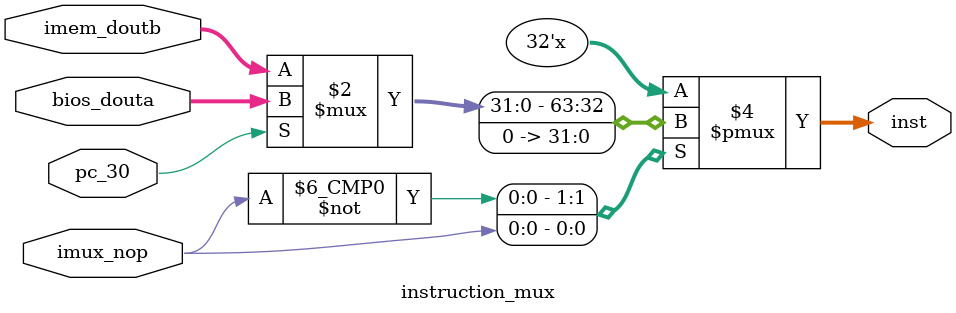
<source format=v>
module instruction_mux(bios_douta, imem_doutb, inst, pc_30, imux_nop);
    input [31:0] bios_douta, imem_doutb;
    input pc_30, imux_nop;
    output reg [31:0] inst;

    always @(*) begin
        case (imux_nop)
            1'd0: inst = (pc_30) ? bios_douta : imem_doutb;
            1'd1: inst = 32'd0;
            default: inst = (pc_30) ? bios_douta : imem_doutb;
        endcase
    end
endmodule
</source>
